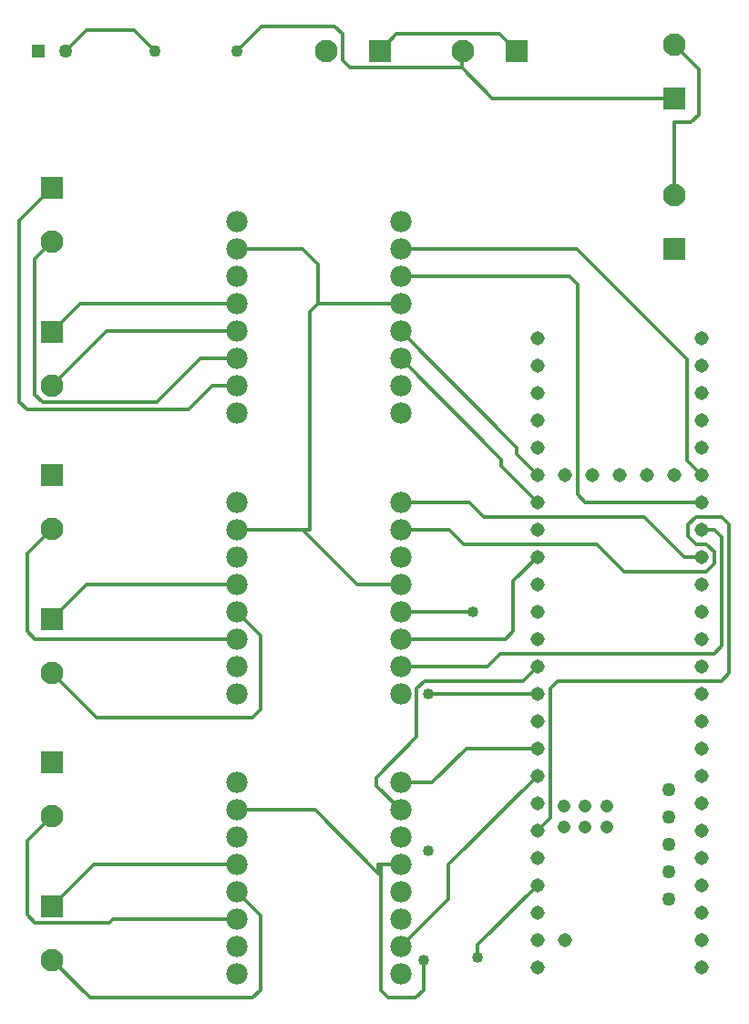
<source format=gbr>
G04 DipTrace 5.2.0.4*
G04 2 - Bottom.gbr*
%MOIN*%
G04 #@! TF.FileFunction,Copper,L2,Bot*
G04 #@! TF.Part,Single*
G04 #@! TA.AperFunction,Conductor*
%ADD13C,0.0125*%
G04 #@! TA.AperFunction,ComponentPad*
%ADD15R,0.082677X0.082677*%
%ADD16C,0.082677*%
%ADD17C,0.05*%
%ADD18R,0.05X0.05*%
%ADD19C,0.077953*%
%ADD21C,0.043307*%
%ADD22C,0.051496*%
%ADD23C,0.047559*%
%ADD24C,0.049528*%
G04 #@! TA.AperFunction,ViaPad*
%ADD25C,0.04*%
%FSLAX26Y26*%
G04*
G70*
G90*
G75*
G01*
G04 Bottom*
%LPD*%
X1892125Y3968700D2*
D13*
X1954531Y4031106D1*
X2329720D1*
X2392125Y3968700D1*
X2968700Y3442125D2*
Y3706125D1*
X3030865D1*
X3058989Y3734249D1*
Y3901836D1*
X2968700Y3992125D1*
X1068700Y3968700D2*
X993796Y4043604D1*
X818604D1*
X743700Y3968700D1*
X1968700Y1193700D2*
X1880938Y1281462D1*
Y1312525D1*
X2027804Y1459392D1*
Y1637506D1*
X2055927Y1665629D1*
X2415629D1*
X2468700Y1718700D1*
Y1618700D2*
X2068426Y1618756D1*
X1368700Y993700D2*
X845275D1*
X693700Y842125D1*
X1368700Y893700D2*
X1455965Y806435D1*
Y534452D1*
X1427840Y506327D1*
X832648D1*
X693700Y645275D1*
X1368700Y793700D2*
X915375D1*
X902983Y781309D1*
X631018D1*
X602893Y809434D1*
Y1079468D1*
X693700Y1170275D1*
X1968700Y1293700D2*
X2084050D1*
X2209050Y1418700D1*
X2468700D1*
Y1318700D2*
X2143960Y993960D1*
Y868960D1*
X1968700Y693700D1*
Y2218700D2*
X2146545D1*
X2199648Y2165598D1*
X2687137D1*
X2787130Y2065604D1*
X3087112D1*
X3115235Y2093728D1*
Y2137474D1*
X3087112Y2165598D1*
X3049613D1*
X3021491Y2193720D1*
Y2237469D1*
X3049613Y2265591D1*
X3143357D1*
X3171481Y2237468D1*
Y1693752D1*
X3143357Y1665629D1*
X2543397D1*
X2515273Y1637506D1*
Y1165273D1*
X2468700Y1118700D1*
X2249665Y653193D2*
Y699665D1*
X2468700Y918700D1*
X1968700Y2318700D2*
X2221541D1*
X2274650Y2265591D1*
X2859002D1*
X3005893Y2118700D1*
X3068700D1*
Y2218700D2*
X3115234D1*
X3143357Y2190577D1*
Y1793745D1*
X3115235Y1765623D1*
X2334033D1*
X2287111Y1718700D1*
X1968700D1*
X1368700Y2018700D2*
X820275D1*
X693700Y1892125D1*
X1368700Y1918700D2*
X1455965Y1831435D1*
Y1559386D1*
X1427840Y1531262D1*
X857713D1*
X693700Y1695275D1*
Y2220275D2*
X602893Y2129468D1*
Y1846868D1*
X631061Y1818700D1*
X1368700D1*
X3068700Y2318700D2*
X2643390D1*
X2615267Y2346823D1*
Y3115537D1*
X2587104Y3143700D1*
X1968700D1*
X3068700Y2418700D2*
X3015241Y2472159D1*
Y2840556D1*
X2612096Y3243700D1*
X1968700D1*
Y2943700D2*
X2393406Y2518994D1*
Y2493994D1*
X2468700Y2418700D1*
X1968700Y2843700D2*
X2337159Y2475241D1*
Y2450241D1*
X2468700Y2318700D1*
X1968700Y1918700D2*
X2234041Y1918738D1*
X2468700Y2118700D2*
X2380906Y2030906D1*
Y1846867D1*
X2352739Y1818700D1*
X1968700D1*
X1368700Y3968700D2*
X1459228Y4059228D1*
X1727823D1*
X1755945Y4031106D1*
Y3934237D1*
X1784069Y3906113D1*
X2193417D1*
X2304255Y3795275D1*
X2968700D1*
X2195275Y3968700D2*
X2193418Y3934235D1*
X2193417Y3906113D1*
X1368700Y3043700D2*
X795275D1*
X693700Y2942125D1*
Y2745275D2*
X892125Y2943700D1*
X1368700D1*
Y2743700D2*
X1280976D1*
X1193466Y2656191D1*
X602894D1*
X574770Y2684315D1*
Y3348195D1*
X693700Y3467125D1*
Y3270275D2*
X631018Y3207592D1*
Y2712438D1*
X659140Y2684315D1*
X1077864D1*
X1237249Y2843700D1*
X1368700D1*
Y3243700D2*
X1609035D1*
X1665326Y3187409D1*
Y3043699D1*
X1637184Y3015557D1*
Y2218700D1*
X1609081D1*
X1368700D1*
X1968700Y993700D2*
X1896562D1*
X1887187D1*
Y962548D1*
X1656035Y1193700D1*
X1368700D1*
X1968700Y2018700D2*
X1809081D1*
X1609081Y2218700D1*
X1665326Y3043699D2*
Y3043700D1*
X1968700D1*
X1896562Y993700D2*
Y534451D1*
X1924686Y506327D1*
X2024679D1*
X2052802Y534451D1*
Y643818D1*
D25*
X2068426Y1043793D3*
Y1618756D3*
X2249665Y653193D3*
X2234041Y1918738D3*
X2052802Y643818D3*
D15*
X1892125Y3968700D3*
D16*
X1695275D3*
D15*
X2968700Y3795275D3*
D16*
Y3992125D3*
D15*
Y3245275D3*
D16*
Y3442125D3*
D17*
X743700Y3968700D3*
D18*
X643700D3*
D15*
X693700Y842125D3*
D16*
Y645275D3*
D15*
Y1367125D3*
D16*
Y1170275D3*
D15*
Y1892125D3*
D16*
Y1695275D3*
D15*
Y2417125D3*
D16*
Y2220275D3*
D15*
Y2942125D3*
D16*
Y2745275D3*
D15*
Y3467125D3*
D16*
Y3270275D3*
D19*
X1368700Y993700D3*
Y693700D3*
Y893700D3*
Y793700D3*
Y1193700D3*
X1968700Y693700D3*
X1368700Y1093700D3*
X1968700Y893700D3*
Y793700D3*
X1368700Y1293700D3*
X1968700D3*
Y1193700D3*
Y993700D3*
Y1093700D3*
X1368700Y593700D3*
X1968700D3*
X1368700Y2018700D3*
Y1718700D3*
Y1918700D3*
Y1818700D3*
Y2218700D3*
X1968700Y1718700D3*
X1368700Y2118700D3*
X1968700Y1918700D3*
Y1818700D3*
X1368700Y2318700D3*
X1968700D3*
Y2218700D3*
Y2018700D3*
Y2118700D3*
X1368700Y1618700D3*
X1968700D3*
X1368700Y3043700D3*
Y2743700D3*
Y2943700D3*
Y2843700D3*
Y3243700D3*
X1968700Y2743700D3*
X1368700Y3143700D3*
X1968700Y2943700D3*
Y2843700D3*
X1368700Y3343700D3*
X1968700D3*
Y3243700D3*
Y3043700D3*
Y3143700D3*
X1368700Y2643700D3*
X1968700D3*
D21*
X1068700Y3968700D3*
X1368700D3*
D15*
X2392125D3*
D16*
X2195275D3*
D22*
X3068700Y618700D3*
Y718700D3*
Y818700D3*
Y918700D3*
Y1018700D3*
Y1118700D3*
Y1218700D3*
Y1318700D3*
Y1418700D3*
Y1518700D3*
Y1618700D3*
Y1718700D3*
Y1818700D3*
Y1918700D3*
Y2018700D3*
X2468700Y1918700D3*
Y1818700D3*
Y1718700D3*
Y1618700D3*
Y1518700D3*
Y1418700D3*
Y1318700D3*
Y1218700D3*
Y1118700D3*
Y1018700D3*
Y918700D3*
Y618700D3*
X3068700Y2118700D3*
Y2218700D3*
Y2318700D3*
Y2418700D3*
Y2518700D3*
Y2618700D3*
Y2718700D3*
Y2818700D3*
Y2918700D3*
X2468700D3*
Y2818700D3*
Y2718700D3*
Y2618700D3*
Y2518700D3*
Y2418700D3*
Y2318700D3*
Y2218700D3*
Y2118700D3*
X2968700Y2418700D3*
X2568700D3*
Y718700D3*
X2668700Y2418700D3*
D23*
X2565157Y1208070D3*
Y1129330D3*
X2722637Y1208070D3*
X2643897Y1129330D3*
X2722637D3*
D24*
X2948621Y868700D3*
Y968700D3*
Y1068700D3*
Y1168700D3*
D22*
X2868700Y2418700D3*
X2768700D3*
X2468700Y2018700D3*
D23*
X2643897Y1208070D3*
D24*
X2948621Y1268700D3*
D22*
X2468700Y818700D3*
Y718700D3*
M02*

</source>
